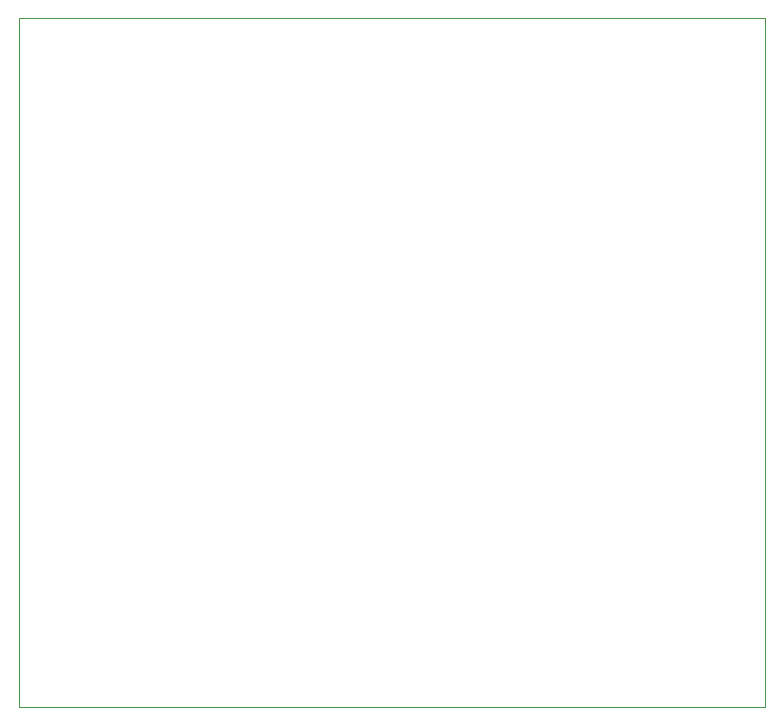
<source format=gbr>
G04 DipTrace 4.2.0.1*
G04 BoardOutline.gbr*
%MOIN*%
G04 #@! TF.FileFunction,Profile*
G04 #@! TF.Part,Single*
%ADD10C,0.004724*%
%FSLAX26Y26*%
G04*
G70*
G90*
G75*
G01*
G04 BoardOutline*
%LPD*%
X393701Y2691598D2*
D10*
X2879016D1*
Y393701D1*
X393701D1*
Y2691598D1*
M02*

</source>
